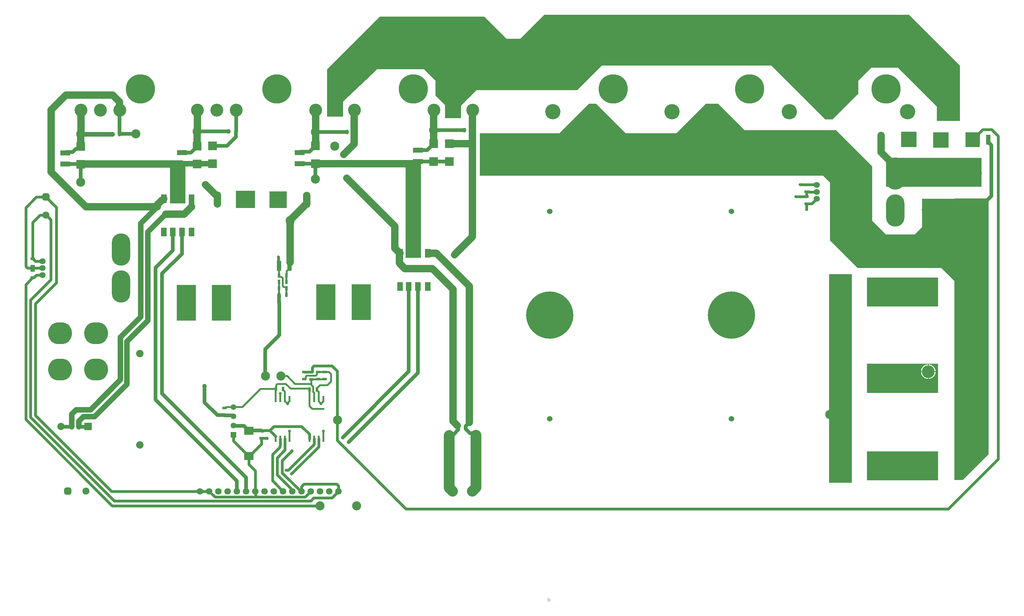
<source format=gbr>
%TF.GenerationSoftware,Altium Limited,Altium Designer,24.3.1 (35)*%
G04 Layer_Physical_Order=2*
G04 Layer_Color=16711680*
%FSLAX45Y45*%
%MOMM*%
%TF.SameCoordinates,844131A9-2E1B-4A61-BE1F-69DE975881E6*%
%TF.FilePolarity,Positive*%
%TF.FileFunction,Copper,L2,Bot,Signal*%
%TF.Part,Single*%
G01*
G75*
%TA.AperFunction,Conductor*%
%ADD10C,2.00000*%
%ADD11C,1.50000*%
%ADD12C,0.80000*%
%ADD13C,1.00000*%
%TA.AperFunction,ComponentPad*%
%ADD14C,1.80000*%
%ADD15C,5.00000*%
%ADD16C,2.50000*%
%ADD17C,2.03200*%
%ADD18C,3.50000*%
%ADD19R,2.00000X2.00000*%
%ADD20C,2.00000*%
%ADD21C,1.55000*%
%ADD22R,1.55000X1.55000*%
%ADD23O,5.08000X8.89000*%
%ADD24O,1.77800X1.52400*%
%ADD25C,3.55000*%
%ADD26C,1.95000*%
G04:AMPARAMS|DCode=27|XSize=1.95mm|YSize=1.95mm|CornerRadius=0.4875mm|HoleSize=0mm|Usage=FLASHONLY|Rotation=270.000|XOffset=0mm|YOffset=0mm|HoleType=Round|Shape=RoundedRectangle|*
%AMROUNDEDRECTD27*
21,1,1.95000,0.97500,0,0,270.0*
21,1,0.97500,1.95000,0,0,270.0*
1,1,0.97500,-0.48750,-0.48750*
1,1,0.97500,-0.48750,0.48750*
1,1,0.97500,0.48750,0.48750*
1,1,0.97500,0.48750,-0.48750*
%
%ADD27ROUNDEDRECTD27*%
%ADD28C,4.20000*%
%ADD29O,6.60000X6.00000*%
%ADD30C,8.00000*%
%ADD31C,1.52400*%
%ADD32C,13.00000*%
G04:AMPARAMS|DCode=33|XSize=1.95mm|YSize=1.95mm|CornerRadius=0.4875mm|HoleSize=0mm|Usage=FLASHONLY|Rotation=0.000|XOffset=0mm|YOffset=0mm|HoleType=Round|Shape=RoundedRectangle|*
%AMROUNDEDRECTD33*
21,1,1.95000,0.97500,0,0,0.0*
21,1,0.97500,1.95000,0,0,0.0*
1,1,0.97500,0.48750,-0.48750*
1,1,0.97500,-0.48750,-0.48750*
1,1,0.97500,-0.48750,0.48750*
1,1,0.97500,0.48750,0.48750*
%
%ADD33ROUNDEDRECTD33*%
%TA.AperFunction,ViaPad*%
%ADD34C,1.27000*%
%ADD35C,0.80000*%
%TA.AperFunction,SMDPad,CuDef*%
%ADD36R,1.80000X1.45000*%
%ADD37R,1.20490X2.70620*%
%ADD38R,0.80000X1.25000*%
%ADD39R,1.25000X0.80000*%
%ADD40R,0.60000X1.80000*%
%ADD41R,1.52400X2.40000*%
%ADD42R,2.80620X1.40490*%
%ADD43R,2.40000X2.40000*%
%ADD44R,2.50000X2.20000*%
%TA.AperFunction,Conductor*%
%ADD45C,0.25400*%
%ADD46C,3.00000*%
%ADD47C,0.50000*%
%ADD48C,1.30000*%
%ADD49R,5.20700X9.77900*%
%ADD50R,5.20700X4.69900*%
%ADD51R,4.82600X4.57200*%
%ADD52R,4.19100X11.04900*%
%ADD53R,4.19100X26.16200*%
%ADD54R,5.96900X4.82600*%
%ADD55R,3.93700X4.06400*%
%ADD56R,4.31800X4.19100*%
%ADD57R,4.19100X4.19100*%
%ADD58R,6.22300X57.40400*%
G36*
X25781000Y12369801D02*
Y10845800D01*
X25146001D01*
Y11239500D01*
X24079201Y12306300D01*
X23342599Y12306300D01*
X22987000Y11950700D01*
Y11595100D01*
X22280386Y10888486D01*
X22080714D01*
X21958299Y11010900D01*
X20599400Y12369800D01*
X15938499D01*
X15259050Y11690350D01*
X12490450Y11690350D01*
X12065000Y11264900D01*
Y10922000D01*
X11625580D01*
Y11285220D01*
X11366500Y11544300D01*
X11366500Y11950700D01*
X11049000Y12268200D01*
X9766773D01*
X8823381Y11377042D01*
Y10960100D01*
X8382000D01*
Y12268200D01*
X9829800Y13716000D01*
X12712699D01*
X13321806Y13106892D01*
X13692668Y13105936D01*
X14353532Y13766798D01*
X24384000Y13766800D01*
X25781000Y12369801D01*
D02*
G37*
G36*
X26377899Y9029700D02*
X23749001D01*
Y9829800D01*
X26377899D01*
Y9029700D01*
D02*
G37*
G36*
X25181035Y5736492D02*
X23225237D01*
Y6536593D01*
X25181035D01*
Y5736492D01*
D02*
G37*
G36*
Y3361592D02*
X23225237D01*
Y4161693D01*
X25181035D01*
Y3361592D01*
D02*
G37*
G36*
X16598900Y10502900D02*
X17983200D01*
X18796001Y11315700D01*
X19138901Y11315699D01*
X19862801Y10591800D01*
X22377400D01*
X23367999Y9601200D01*
Y8102600D01*
X23749001Y7721600D01*
X24536400D01*
X24739600Y7924800D01*
Y8703408D01*
X25632507D01*
Y8712200D01*
X26568399D01*
Y1676400D01*
X25857199Y965200D01*
X25641550Y962259D01*
X25632507Y971178D01*
Y6434992D01*
X25273000Y6794500D01*
X22974300D01*
X22212300Y7556500D01*
Y9144000D01*
X22021800Y9334500D01*
X12585700D01*
Y10502900D01*
X14770100D01*
X15582899Y11315700D01*
X15786099Y11315700D01*
X16598900Y10502900D01*
D02*
G37*
G36*
X25184100Y952500D02*
X23228300D01*
Y1752600D01*
X25184100D01*
Y952500D01*
D02*
G37*
G36*
X14464539Y-2312289D02*
X14464665Y-2312162D01*
X14464919Y-2311908D01*
X14465300Y-2311400D01*
X14465935Y-2310765D01*
X14466698Y-2310003D01*
X14467586Y-2309241D01*
X14468602Y-2308352D01*
X14469745Y-2307463D01*
X14471143Y-2306574D01*
X14472539Y-2305685D01*
X14474190Y-2304923D01*
X14475841Y-2304161D01*
X14477618Y-2303526D01*
X14479651Y-2303018D01*
X14481683Y-2302764D01*
X14483842Y-2302637D01*
X14484985D01*
X14486255Y-2302764D01*
X14487906Y-2303018D01*
X14489812Y-2303272D01*
X14491843Y-2303780D01*
X14494128Y-2304415D01*
X14496288Y-2305304D01*
X14496416D01*
X14496542Y-2305431D01*
X14497304Y-2305812D01*
X14498320Y-2306447D01*
X14499718Y-2307209D01*
X14501241Y-2308352D01*
X14502765Y-2309622D01*
X14504289Y-2311146D01*
X14505814Y-2312797D01*
X14505940Y-2313051D01*
X14506448Y-2313686D01*
X14507083Y-2314575D01*
X14507973Y-2315972D01*
X14508987Y-2317623D01*
X14510004Y-2319655D01*
X14510893Y-2321814D01*
X14511781Y-2324227D01*
Y-2324354D01*
X14511909Y-2324481D01*
X14512036Y-2324862D01*
X14512163Y-2325370D01*
X14512418Y-2326767D01*
X14512926Y-2328545D01*
X14513306Y-2330577D01*
X14513560Y-2333117D01*
X14513814Y-2335784D01*
X14513940Y-2338578D01*
Y-2338832D01*
Y-2339340D01*
Y-2340356D01*
X14513814Y-2341626D01*
X14513687Y-2343150D01*
X14513432Y-2344801D01*
X14513179Y-2346833D01*
X14512798Y-2348865D01*
X14512289Y-2351151D01*
X14511781Y-2353437D01*
X14511020Y-2355723D01*
X14510130Y-2358136D01*
X14509116Y-2360422D01*
X14507845Y-2362581D01*
X14506575Y-2364740D01*
X14504924Y-2366645D01*
X14504797Y-2366772D01*
X14504543Y-2367026D01*
X14504034Y-2367534D01*
X14503273Y-2368169D01*
X14502512Y-2368931D01*
X14501369Y-2369693D01*
X14500224Y-2370582D01*
X14498828Y-2371471D01*
X14497304Y-2372487D01*
X14495653Y-2373376D01*
X14493875Y-2374138D01*
X14491969Y-2374900D01*
X14489938Y-2375535D01*
X14487779Y-2376043D01*
X14485493Y-2376297D01*
X14483208Y-2376424D01*
X14482700D01*
X14482063Y-2376297D01*
X14481175D01*
X14480159Y-2376043D01*
X14478889Y-2375916D01*
X14477492Y-2375535D01*
X14476096Y-2375154D01*
X14474571Y-2374519D01*
X14472920Y-2373884D01*
X14471396Y-2372995D01*
X14469745Y-2371979D01*
X14468094Y-2370836D01*
X14466570Y-2369439D01*
X14465047Y-2367788D01*
X14463649Y-2366010D01*
Y-2374900D01*
X14452600D01*
Y-2277237D01*
X14464539D01*
Y-2312289D01*
D02*
G37*
%LPC*%
G36*
X24931238Y4145600D02*
X24924200D01*
Y3957900D01*
X25111900D01*
Y3964937D01*
X25104199Y4003654D01*
X25089091Y4040125D01*
X25067162Y4072947D01*
X25039249Y4100861D01*
X25006425Y4122792D01*
X24969955Y4137899D01*
X24931238Y4145600D01*
D02*
G37*
G36*
X24898801D02*
X24891763D01*
X24853046Y4137899D01*
X24816576Y4122792D01*
X24783752Y4100861D01*
X24755840Y4072947D01*
X24733908Y4040125D01*
X24718800Y4003654D01*
X24711099Y3964937D01*
Y3957900D01*
X24898801D01*
Y4145600D01*
D02*
G37*
G36*
X25111900Y3932500D02*
X24924200D01*
Y3744800D01*
X24931238D01*
X24969955Y3752501D01*
X25006425Y3767608D01*
X25039249Y3789539D01*
X25067162Y3817452D01*
X25089091Y3850275D01*
X25104199Y3886745D01*
X25111900Y3925462D01*
Y3932500D01*
D02*
G37*
G36*
X24898801D02*
X24711099D01*
Y3925462D01*
X24718800Y3886745D01*
X24733908Y3850275D01*
X24755840Y3817452D01*
X24783752Y3789539D01*
X24816576Y3767608D01*
X24853046Y3752501D01*
X24891763Y3744800D01*
X24898801D01*
Y3932500D01*
D02*
G37*
G36*
X14482826Y-2312543D02*
X14482063D01*
X14481557Y-2312670D01*
X14480032Y-2312924D01*
X14478127Y-2313432D01*
X14476096Y-2314194D01*
X14473808Y-2315464D01*
X14472665Y-2316226D01*
X14471523Y-2317115D01*
X14470380Y-2318131D01*
X14469237Y-2319401D01*
Y-2319528D01*
X14468983Y-2319655D01*
X14468729Y-2320163D01*
X14468349Y-2320671D01*
X14467967Y-2321433D01*
X14467459Y-2322195D01*
X14466951Y-2323211D01*
X14466443Y-2324481D01*
X14465808Y-2325751D01*
X14465300Y-2327275D01*
X14464792Y-2328799D01*
X14464410Y-2330577D01*
X14464030Y-2332482D01*
X14463776Y-2334514D01*
X14463649Y-2336800D01*
X14463522Y-2339086D01*
Y-2339213D01*
Y-2339594D01*
Y-2340229D01*
Y-2341118D01*
X14463649Y-2342261D01*
Y-2343404D01*
X14463902Y-2346071D01*
X14464410Y-2349119D01*
X14464919Y-2352167D01*
X14465808Y-2354961D01*
X14466316Y-2356231D01*
X14466951Y-2357374D01*
X14467078Y-2357501D01*
X14467204Y-2357755D01*
X14467586Y-2358263D01*
X14467967Y-2358771D01*
X14469237Y-2360295D01*
X14471014Y-2361946D01*
X14473174Y-2363597D01*
X14475714Y-2365121D01*
X14477238Y-2365629D01*
X14478761Y-2366137D01*
X14480412Y-2366391D01*
X14482191Y-2366518D01*
X14482953D01*
X14483461Y-2366391D01*
X14484985Y-2366137D01*
X14486890Y-2365629D01*
X14488922Y-2364867D01*
X14491208Y-2363724D01*
X14492351Y-2362962D01*
X14493620Y-2361946D01*
X14494637Y-2360930D01*
X14495779Y-2359787D01*
X14495908Y-2359660D01*
X14496034Y-2359406D01*
X14496288Y-2359025D01*
X14496669Y-2358517D01*
X14497177Y-2357755D01*
X14497685Y-2356866D01*
X14498193Y-2355850D01*
X14498701Y-2354707D01*
X14499210Y-2353310D01*
X14499718Y-2351786D01*
X14500224Y-2350135D01*
X14500732Y-2348357D01*
X14501114Y-2346325D01*
X14501369Y-2344166D01*
X14501622Y-2341880D01*
Y-2339467D01*
Y-2339340D01*
Y-2338832D01*
Y-2338197D01*
X14501495Y-2337181D01*
Y-2336038D01*
X14501369Y-2334768D01*
X14501114Y-2333371D01*
X14500987Y-2331720D01*
X14500224Y-2328418D01*
X14499210Y-2325116D01*
X14497939Y-2321941D01*
X14497050Y-2320417D01*
X14496034Y-2319147D01*
Y-2319020D01*
X14495779Y-2318893D01*
X14495018Y-2318131D01*
X14493875Y-2317115D01*
X14492351Y-2315845D01*
X14490446Y-2314575D01*
X14488161Y-2313559D01*
X14485620Y-2312797D01*
X14484222Y-2312670D01*
X14482826Y-2312543D01*
D02*
G37*
%LPD*%
D10*
X8839200Y9918700D02*
X9130500Y10210000D01*
Y10528516D01*
X10369611Y6927789D02*
Y7181911D01*
Y6927789D02*
X10515600Y6781800D01*
X10369611Y7181911D02*
X10388600Y7200900D01*
X11277600Y6781800D02*
X11849100Y6210300D01*
X10515600Y6781800D02*
X11277600D01*
X3895100Y8699500D02*
X3898900D01*
X3851300Y8655700D02*
X3895100Y8699500D01*
X3838258Y8655700D02*
X3851300D01*
X3721100Y8538542D02*
X3838258Y8655700D01*
X3721100Y8483600D02*
Y8538542D01*
X2674640Y11145260D02*
Y11371560D01*
X1206500Y11557000D02*
X2489200D01*
X2674640Y11371560D01*
X10248900Y7340600D02*
X10343600Y7245900D01*
X8928100Y9271000D02*
X10248900Y7950200D01*
Y7340600D02*
Y7950200D01*
X1752600Y8483600D02*
X3721100D01*
X800100Y9436100D02*
X1752600Y8483600D01*
X800100Y9436100D02*
Y11150600D01*
X8064500Y9664700D02*
X10812510D01*
X9131550Y10542866D02*
Y11134650D01*
X12380900Y7656500D02*
Y10216300D01*
X11887200Y7162800D02*
X12380900Y7656500D01*
Y10216300D02*
Y10591816D01*
X11747500Y10216300D02*
X12380900D01*
X11391900Y7200900D02*
X12293600Y6299200D01*
Y2541584D02*
Y6299200D01*
X11176000Y7200900D02*
X11391900D01*
X800100Y11150600D02*
X1206500Y11557000D01*
X1606550Y10140950D02*
Y10471150D01*
X11849100Y2579684D02*
Y6210300D01*
Y2579684D02*
X11967900Y2460883D01*
X5364800Y8556100D02*
Y8801100D01*
X5041900Y9087100D02*
X5328550Y8800450D01*
X7366000Y8114600D02*
X7803000Y8551600D01*
X7820500D02*
Y8796600D01*
X6918800Y8551600D02*
X7165500D01*
X6918800Y8796600D02*
X7165500D01*
X7366000Y6947735D02*
Y8102600D01*
X3949700Y8280400D02*
X4457700D01*
X4660900Y8483600D01*
X1611143Y9657442D02*
X4389607D01*
X23612000Y10202600D02*
Y10447600D01*
Y9979500D02*
Y10202600D01*
Y9979500D02*
X24003000Y9588500D01*
Y9398000D02*
Y9588500D01*
X11316150Y10591808D02*
Y11136050D01*
Y10216750D02*
Y10591808D01*
X12382150Y10593066D02*
Y11135250D01*
X8065550Y10541008D02*
Y11135450D01*
Y10153850D02*
Y10541008D01*
X4814950Y10555350D02*
Y11134850D01*
X4813300Y10147300D02*
Y10553700D01*
X1614750Y10479350D02*
Y11134650D01*
D11*
X1360500Y2425684D02*
Y2770200D01*
X1485900Y2895600D02*
X1879600D01*
X1360500Y2770200D02*
X1485900Y2895600D01*
X3454400Y5346700D02*
Y7785100D01*
X2882900Y4775200D02*
X3454400Y5346700D01*
X2882900Y3594100D02*
Y4775200D01*
X3454400Y7785100D02*
X3949700Y8280400D01*
X3263900Y8026400D02*
X3721100Y8483600D01*
X2705100Y4889500D02*
X3263900Y5448300D01*
Y8026400D01*
X2674640Y11145260D02*
X2683400Y11136500D01*
X2705100Y3721100D02*
Y4889500D01*
X1993900Y2705100D02*
X2882900Y3594100D01*
X1879600Y2895600D02*
X2705100Y3721100D01*
X1689100Y2705100D02*
X1993900D01*
X1560500Y2576500D02*
X1689100Y2705100D01*
X1560500Y2425684D02*
Y2576500D01*
X4660900Y8483600D02*
Y8699500D01*
X4395532Y9663368D02*
X5231068D01*
D12*
X7255500Y1231900D02*
X7315200D01*
X8026400Y1943100D01*
X5810700Y2037900D02*
Y2209800D01*
Y2037900D02*
X6184900Y1663700D01*
X21393150Y9086850D02*
X21837650D01*
X660199Y8255201D02*
X787400Y8128000D01*
X314616Y7031863D02*
Y7046900D01*
X26130249Y10325100D02*
X26238126Y10432975D01*
X7972700Y3933800D02*
Y4055237D01*
X8521700Y4102100D02*
X8661400Y3962400D01*
Y2057400D02*
Y3962400D01*
X7048500Y6921500D02*
Y7099300D01*
X6235700Y1397000D02*
Y1623500D01*
X6414000Y650000D02*
Y1218700D01*
X6235700Y1397000D02*
X6414000Y1218700D01*
X292084Y6794500D02*
X558800D01*
X148463D02*
X292084D01*
X6578584Y1951384D02*
Y2109800D01*
X6235700Y1623500D02*
X6250700D01*
X6578584Y1951384D01*
X7404100Y1130300D02*
X8153400Y1879600D01*
Y2097700D01*
X8026400Y1943100D02*
Y2097700D01*
X6883400Y942600D02*
Y1663700D01*
X7086600Y1866900D02*
Y1905000D01*
X6883400Y1663700D02*
X7086600Y1866900D01*
X7099300Y1917700D02*
Y2096600D01*
X7086600Y1905000D02*
X7099300Y1917700D01*
X7226300Y1790700D02*
Y2096600D01*
X7010400Y1574800D02*
X7226300Y1790700D01*
X7010400Y1104900D02*
Y1574800D01*
X7150100Y1159042D02*
Y1498600D01*
Y1159042D02*
X7659142Y650000D01*
X7150100Y1498600D02*
X7416800Y1765300D01*
X7683500Y2438400D02*
X7899400Y2222500D01*
Y2097700D02*
Y2222500D01*
X7759716Y3935400D02*
X7926100D01*
X7927700Y3933800D01*
X7950200D01*
X7972700D01*
Y4055237D02*
X8019563Y4102100D01*
X8521700D01*
X6729400Y2109800D02*
X6731000Y2108200D01*
X6578584Y2309800D02*
X6624515D01*
X6638815Y2324100D01*
X6578584Y2109800D02*
X6729400D01*
X6638815Y2324100D02*
X6807200D01*
X6921500Y2438400D01*
X6807200Y2324100D02*
X6967300Y2164000D01*
X6921500Y2438400D02*
X7683500D01*
X26835101Y1536700D02*
Y10426700D01*
X26657300Y10604500D02*
X26835101Y10426700D01*
X26409650Y10604500D02*
X26657300D01*
X25463499Y165100D02*
X26835101Y1536700D01*
X7010400Y1104900D02*
X7380000Y735300D01*
X7659142Y650000D02*
X7684000D01*
X228600Y2692400D02*
Y5918200D01*
X2531800Y389200D02*
X7933000D01*
X228600Y2692400D02*
X2531800Y389200D01*
X101600Y2628900D02*
Y6338916D01*
Y2628900D02*
X2476500Y254000D01*
X8191500D01*
X8661400Y2057400D02*
X10553700Y165100D01*
X25463499D01*
X7380000Y727060D02*
X7430000Y677060D01*
Y650000D02*
Y677060D01*
X7380000Y727060D02*
Y735300D01*
X6883400Y942600D02*
X7176000Y650000D01*
X26293451Y10488300D02*
X26409650Y10604500D01*
X26238126Y10432975D02*
Y10439325D01*
X26287100Y10488300D02*
X26293451D01*
X26238126Y10439325D02*
X26287100Y10488300D01*
X26270935Y10325100D02*
Y10400165D01*
X939800Y6388100D02*
Y8465197D01*
X368300Y5816600D02*
X939800Y6388100D01*
X654998Y8750000D02*
X939800Y8465197D01*
X228600Y5918200D02*
X787400Y6477000D01*
Y8128000D01*
X292116Y7046900D02*
Y8051816D01*
X490301Y8250001D01*
X654998D01*
X101600Y8458200D02*
X393400Y8750000D01*
X654998D01*
X101600Y6841363D02*
Y8458200D01*
X368300Y2739858D02*
X2458158Y650000D01*
X368300Y2739858D02*
Y5816600D01*
X101600Y6338916D02*
X292084Y6529400D01*
X2730500Y650000D02*
X2730500Y650000D01*
X2458158Y650000D02*
X2730500D01*
X2730500Y650000D02*
X4890000D01*
X101600Y6841363D02*
X148463Y6794500D01*
X269584Y6529400D02*
X319100D01*
X361479Y6985000D02*
X558800D01*
X314616Y7031863D02*
X361479Y6985000D01*
X8519900Y469900D02*
X8700000Y650000D01*
X7933000Y389200D02*
X8013700Y469900D01*
X8519900D01*
X6413092Y494600D02*
X6417592Y499100D01*
X5299400Y494600D02*
X6413092D01*
X5144000Y650000D02*
X5299400Y494600D01*
X6417592Y499100D02*
X6422093Y494600D01*
X7782600D01*
X7938000Y650000D01*
X6417592Y499100D02*
Y646408D01*
X393700Y6604000D02*
X558800D01*
X319100Y6529400D02*
X393700Y6604000D01*
X4890000Y650000D02*
X5144000D01*
X6414000D02*
X6417592Y646408D01*
X7684000Y787900D02*
X7747000Y850900D01*
X8648700D01*
X7684000Y650000D02*
Y787900D01*
X8648700Y850900D02*
X8700000Y799600D01*
Y650000D02*
Y799600D01*
X21564592Y8407408D02*
X21564600Y8407400D01*
X21564592Y8407408D02*
Y8561400D01*
X21570943D01*
X21564584D02*
X21570943D01*
X21705901D01*
X21844000Y8699500D01*
X21633501Y8891600D02*
X21635100Y8890000D01*
X21564616Y8891600D02*
X21633501D01*
X21635100Y8890000D02*
X21844000D01*
X21564600Y8891600D02*
X21564616D01*
X21564584Y8761400D02*
X21564600D01*
Y8891600D01*
X21272501Y8763000D02*
X21456000D01*
X21457600Y8761400D02*
X21564584D01*
X21456000Y8763000D02*
X21457600Y8761400D01*
X21386800Y9093200D02*
X21393150Y9086850D01*
X21837650D02*
X21844000Y9080500D01*
D13*
X3670300Y6807200D02*
X4140200Y7277100D01*
X3670300Y3175000D02*
Y6807200D01*
Y3175000D02*
X5906000Y939300D01*
X3848100Y3340100D02*
Y6642100D01*
Y3340100D02*
X6160000Y1028200D01*
X3848100Y6642100D02*
X4394200Y7188200D01*
X9129700Y10541016D02*
X9131550Y10542866D01*
Y11134650D02*
X9133400Y11136500D01*
X11315716Y10591816D02*
X12155500D01*
X5232400Y10152800D02*
X5631600D01*
X5878500Y10399700D02*
Y10553716D01*
X5631600Y10152800D02*
X5878500Y10399700D01*
X1187450Y9965815D02*
X1207695Y9986060D01*
X1388160D01*
X1473050Y10070950D01*
X1536550D02*
X1606550Y10140950D01*
X1473050Y10070950D02*
X1536550D01*
X5016500Y3098800D02*
X5370500Y2744800D01*
X5562616D01*
X5016500Y3098800D02*
Y3543300D01*
X6235700Y2324100D02*
X6578584D01*
X11967900Y2460883D02*
X11970400D01*
X11980400Y2448384D02*
X11990400Y2438384D01*
X11980400Y2448384D02*
Y2450884D01*
X11970400Y2460883D02*
X11980400Y2450884D01*
X11990400Y2351100D02*
Y2438384D01*
X12200400Y2450884D02*
X12210400Y2460883D01*
X12212900D01*
X12190400Y2363800D02*
Y2438384D01*
X12200400Y2448384D01*
Y2450884D01*
X12212900Y2460883D02*
X12293600Y2541584D01*
X10885232Y9726868D02*
X11315700D01*
X11746168D01*
X6680200Y3822700D02*
Y4559300D01*
X7073900Y4953000D02*
Y5829300D01*
X6680200Y4559300D02*
X7073900Y4953000D01*
X7062800Y5840400D02*
Y6057916D01*
X7351330Y6933065D02*
X7366000Y6947735D01*
X7351330Y6858000D02*
Y6933065D01*
X5775116Y2738501D02*
X5795817Y2717800D01*
X5562616Y2744800D02*
X5568915Y2738501D01*
X5775116D01*
X5795817Y2717800D02*
X5810700D01*
X5821224Y2453277D02*
X5889857D01*
X5892033Y2451100D02*
X6098100D01*
X6160700Y2388500D01*
X6220700Y2313500D02*
X6235700D01*
X5810700Y2463800D02*
X5821224Y2453277D01*
X6160700Y2373500D02*
X6220700Y2313500D01*
X5889857Y2453277D02*
X5892033Y2451100D01*
X6160700Y2373500D02*
Y2388500D01*
X26644601Y8775700D02*
Y10172700D01*
X26364572Y8495671D02*
X26644601Y8775700D01*
X26054001Y8400000D02*
X26268900D01*
Y8449601D01*
X26314969Y8495671D01*
X26364572D01*
X26577509Y10239790D02*
X26644601Y10172700D01*
X26571310Y10239790D02*
X26577509D01*
X26561066Y10250035D02*
X26571310Y10239790D01*
X26561066Y10250035D02*
Y10325100D01*
X5881742Y10553716D02*
Y11134842D01*
X5041900Y9087100D02*
Y9093200D01*
X11744134Y2219134D02*
X11858434D01*
X11725000Y2200000D02*
X11744134Y2219134D01*
X11858434D02*
X11990400Y2351100D01*
X12429334Y2245666D02*
X12475000Y2200000D01*
X12190400Y2363800D02*
X12308534Y2245666D01*
X12429334D01*
X4140200Y7277100D02*
Y7785100D01*
X4394200Y7188200D02*
Y7785100D01*
X1560500Y2425684D02*
X1804084D01*
X8063168Y9663368D02*
X8064500Y9662035D01*
Y9245600D02*
Y9662035D01*
X4394200D02*
X4395532Y9663368D01*
X4389607Y9657442D02*
X4394200Y9662035D01*
X1606550Y9652850D02*
X1611143Y9657442D01*
X1606550Y9652850D02*
X1609725Y9649675D01*
Y9159875D02*
Y9649675D01*
Y9159875D02*
X1612900Y9156700D01*
X2690600Y10490016D02*
X2690784Y10490200D01*
X2678100Y10477516D02*
Y10480016D01*
X2688100Y10490016D01*
X2690600D01*
X2690784Y10490200D02*
X3124200D01*
X10883900Y3911600D02*
Y6172200D01*
X8978900Y2006600D02*
X10883900Y3911600D01*
X10629900Y3949700D02*
Y6172200D01*
X8813800Y2133600D02*
X10629900Y3949700D01*
X5906000Y650000D02*
Y939300D01*
X6160000Y650000D02*
Y1028200D01*
X1079733Y2425467D02*
X1348900D01*
X1066800Y2438400D02*
X1079733Y2425467D01*
X1804084Y2425684D02*
X1816800Y2438400D01*
X12349999Y654998D02*
X12368921D01*
X7634032Y9663368D02*
X8063168D01*
X7632700Y9662035D02*
X7634032Y9663368D01*
X11746168Y9726868D02*
X11747500Y9728200D01*
X10883900Y9725535D02*
X10885232Y9726868D01*
X11315708Y10591808D02*
X11316150D01*
X11315700Y10591800D02*
X11315708Y10591808D01*
X12355500Y10591816D02*
X12356750Y10593066D01*
X12382150Y11135250D02*
X12383400Y11136500D01*
X7652945Y9992410D02*
X7904110D01*
X8065550Y10153850D01*
X11135065Y10035665D02*
X11315700Y10216300D01*
X10883900Y10035665D02*
X11135065D01*
X11316150Y11136050D02*
X11316600Y11136500D01*
X11315700Y10216300D02*
X11316150Y10216750D01*
X8064516Y10541016D02*
X8929700D01*
X8064500Y10541000D02*
X8064516Y10541016D01*
X7632700Y9972165D02*
X7652945Y9992410D01*
X8065550Y11135450D02*
X8066600Y11136500D01*
X2680008Y10490016D02*
Y11133008D01*
X2477316Y10478300D02*
X2478100Y10477516D01*
X4813308Y10553708D02*
X4814950Y10555350D01*
X4813300Y10553700D02*
X4813308Y10553708D01*
X5678492D02*
X5678500Y10553716D01*
X4813308Y10553708D02*
X5678492D01*
X5881742Y11134842D02*
X5883400Y11136500D01*
X4814950Y11134850D02*
X4816600Y11136500D01*
X4638165Y9972165D02*
X4813300Y10147300D01*
X1613700Y10478300D02*
X1614750Y10479350D01*
X1612900Y10477500D02*
X1613700Y10478300D01*
X1614750Y11134650D02*
X1616600Y11136500D01*
X1188868Y9654267D02*
X1605132D01*
X1606550Y9652850D01*
X1187450Y9655685D02*
X1188868Y9654267D01*
X5231068Y9663368D02*
X5232400Y9664700D01*
X4394200Y9972165D02*
X4638165D01*
D14*
X6668000Y650000D02*
D03*
X4890000D02*
D03*
X6922000D02*
D03*
X7176000D02*
D03*
X6414000D02*
D03*
X5144000D02*
D03*
X7684000D02*
D03*
X6160000D02*
D03*
X8446000D02*
D03*
X8192000D02*
D03*
X7938000D02*
D03*
X5398000D02*
D03*
X7430000D02*
D03*
X5906000D02*
D03*
X8700000D02*
D03*
X5652000D02*
D03*
D15*
X4508500Y6070600D02*
D03*
X5486400D02*
D03*
X8343900Y6083300D02*
D03*
X9321800D02*
D03*
D16*
X6692900Y3822700D02*
D03*
X7112000D02*
D03*
X8674100Y2616200D02*
D03*
X26428699Y7404100D02*
D03*
X8064500Y9245600D02*
D03*
X8191500Y254000D02*
D03*
X1612900Y9156700D02*
D03*
X9194800Y254000D02*
D03*
X8064500Y10541000D02*
D03*
X11315700Y10591800D02*
D03*
X7366000Y8102600D02*
D03*
X4813300Y10553700D02*
D03*
X1612900Y10477500D02*
D03*
X3124200Y10490200D02*
D03*
X22199600Y2768600D02*
D03*
X8597900Y10147300D02*
D03*
D17*
X3238500Y4445000D02*
D03*
Y1930400D02*
D03*
D18*
X23511501Y6345200D02*
D03*
X22511501D02*
D03*
X24911501Y1545200D02*
D03*
X25911499D02*
D03*
X22511501D02*
D03*
X23511501D02*
D03*
X22511501Y3945200D02*
D03*
X23511501D02*
D03*
X24911501Y6345200D02*
D03*
X25911499D02*
D03*
X24911501Y3945200D02*
D03*
X25911499D02*
D03*
D19*
X12475000Y2200000D02*
D03*
X1816800Y2438400D02*
D03*
D20*
X11725000Y2200000D02*
D03*
X1066800Y2438400D02*
D03*
D21*
X5810700Y2971800D02*
D03*
Y2717800D02*
D03*
Y2463800D02*
D03*
D22*
Y2209800D02*
D03*
D23*
X2717800Y7302500D02*
D03*
Y6286500D02*
D03*
X24003000Y8382000D02*
D03*
Y9398000D02*
D03*
D24*
X558800Y6985000D02*
D03*
Y6794500D02*
D03*
Y6604000D02*
D03*
X21844000Y8699500D02*
D03*
Y8890000D02*
D03*
Y9080500D02*
D03*
D25*
X2683400Y11136500D02*
D03*
X5883400D02*
D03*
X1616600D02*
D03*
X2150000D02*
D03*
X4816600D02*
D03*
X5350000D02*
D03*
X8066600D02*
D03*
X8600000D02*
D03*
X9133400D02*
D03*
X11316600D02*
D03*
X11850000D02*
D03*
X12383400D02*
D03*
D26*
X654998Y8250001D02*
D03*
X12349999Y654998D02*
D03*
X1750000D02*
D03*
D27*
X654998Y8750000D02*
D03*
D28*
X18956400Y11100000D02*
D03*
X17864200D02*
D03*
X15681400D02*
D03*
X14589200D02*
D03*
X25435800D02*
D03*
X24343600D02*
D03*
X22185800D02*
D03*
X21093600D02*
D03*
D29*
X25063400Y9400000D02*
D03*
X26054001D02*
D03*
X25063400Y8400000D02*
D03*
X26054001D02*
D03*
X2036600Y5000000D02*
D03*
X1046000D02*
D03*
X2036600Y4000000D02*
D03*
X1046000D02*
D03*
D30*
X16250000Y11720000D02*
D03*
X23750000D02*
D03*
X20000000D02*
D03*
X3250000D02*
D03*
X10750000D02*
D03*
X7000000D02*
D03*
D31*
X14500000Y2650000D02*
D03*
Y8350000D02*
D03*
X19500000D02*
D03*
Y2650000D02*
D03*
D32*
Y5500000D02*
D03*
X14500000D02*
D03*
D33*
X11850000Y654998D02*
D03*
X1250001D02*
D03*
D34*
X8839200Y9918700D02*
D03*
X8928100Y9271000D02*
D03*
X11887200Y7162800D02*
D03*
X11391900Y6667500D02*
D03*
X5016500Y3543300D02*
D03*
X3721100Y8483600D02*
D03*
X5041900Y9093200D02*
D03*
D35*
X7255500Y1231900D02*
D03*
X7353300Y2311400D02*
D03*
X7099300Y3340100D02*
D03*
X7302500Y3060700D02*
D03*
X8216900D02*
D03*
X8280400Y2311400D02*
D03*
X7416800Y1765300D02*
D03*
X6731000Y2108200D02*
D03*
X7404100Y1130300D02*
D03*
X7048500Y7099300D02*
D03*
X8978900Y2006600D02*
D03*
X8813800Y2133600D02*
D03*
X21564600Y8407400D02*
D03*
X21272501Y8763000D02*
D03*
X21386800Y9093200D02*
D03*
X20091400Y13449300D02*
D03*
Y13373100D02*
D03*
Y13296899D02*
D03*
Y13220700D02*
D03*
Y13144501D02*
D03*
Y13068300D02*
D03*
Y12992101D02*
D03*
Y12915900D02*
D03*
Y12839700D02*
D03*
Y12763500D02*
D03*
Y12687300D02*
D03*
Y12611100D02*
D03*
Y12534900D02*
D03*
Y12458700D02*
D03*
X20015199Y13449300D02*
D03*
Y13373100D02*
D03*
Y13296899D02*
D03*
Y13220700D02*
D03*
Y13144501D02*
D03*
Y13068300D02*
D03*
Y12992101D02*
D03*
Y12915900D02*
D03*
Y12839700D02*
D03*
Y12763500D02*
D03*
Y12687300D02*
D03*
Y12611100D02*
D03*
Y12534900D02*
D03*
Y12458700D02*
D03*
X19939000Y13449300D02*
D03*
Y13373100D02*
D03*
Y13296899D02*
D03*
Y13220700D02*
D03*
Y13144501D02*
D03*
Y13068300D02*
D03*
Y12992101D02*
D03*
Y12915900D02*
D03*
Y12839700D02*
D03*
Y12763500D02*
D03*
Y12687300D02*
D03*
Y12611100D02*
D03*
Y12534900D02*
D03*
Y12458700D02*
D03*
X19862801Y13449300D02*
D03*
Y13373100D02*
D03*
Y13296899D02*
D03*
Y13220700D02*
D03*
Y13144501D02*
D03*
Y13068300D02*
D03*
Y12992101D02*
D03*
Y12915900D02*
D03*
Y12839700D02*
D03*
Y12763500D02*
D03*
Y12687300D02*
D03*
Y12611100D02*
D03*
Y12534900D02*
D03*
Y12458700D02*
D03*
X19786600Y13449300D02*
D03*
Y13373100D02*
D03*
Y13296899D02*
D03*
Y13220700D02*
D03*
Y13144501D02*
D03*
Y13068300D02*
D03*
Y12992101D02*
D03*
Y12915900D02*
D03*
Y12839700D02*
D03*
Y12763500D02*
D03*
Y12687300D02*
D03*
Y12611100D02*
D03*
Y12534900D02*
D03*
Y12458700D02*
D03*
X19710400Y13449300D02*
D03*
Y13373100D02*
D03*
Y13296899D02*
D03*
Y13220700D02*
D03*
Y13144501D02*
D03*
Y13068300D02*
D03*
Y12992101D02*
D03*
Y12915900D02*
D03*
Y12839700D02*
D03*
Y12763500D02*
D03*
Y12687300D02*
D03*
Y12611100D02*
D03*
Y12534900D02*
D03*
Y12458700D02*
D03*
X20167599Y13449300D02*
D03*
Y13373100D02*
D03*
Y13296899D02*
D03*
Y13220700D02*
D03*
Y13144501D02*
D03*
Y13068300D02*
D03*
Y12992101D02*
D03*
Y12915900D02*
D03*
Y12839700D02*
D03*
Y12763500D02*
D03*
Y12687300D02*
D03*
Y12611100D02*
D03*
Y12534900D02*
D03*
Y12458700D02*
D03*
X19634200Y12534900D02*
D03*
X19558000D02*
D03*
X19481799D02*
D03*
X19405600D02*
D03*
X19329401D02*
D03*
X19253200D02*
D03*
X19177000D02*
D03*
X19100800D02*
D03*
X19024600D02*
D03*
X18948399D02*
D03*
X18872200D02*
D03*
X18796001D02*
D03*
X18719800D02*
D03*
X18643600D02*
D03*
X19634200Y12611100D02*
D03*
X19558000D02*
D03*
X19481799D02*
D03*
X19405600D02*
D03*
X19329401D02*
D03*
X19253200D02*
D03*
X19177000D02*
D03*
X19100800D02*
D03*
X19024600D02*
D03*
X18948399D02*
D03*
X18872200D02*
D03*
X18796001D02*
D03*
X18719800D02*
D03*
X18643600D02*
D03*
X19634200Y12687300D02*
D03*
X19558000D02*
D03*
X19481799D02*
D03*
X19405600D02*
D03*
X19329401D02*
D03*
X19253200D02*
D03*
X19177000D02*
D03*
X19100800D02*
D03*
X19024600D02*
D03*
X18948399D02*
D03*
X18872200D02*
D03*
X18796001D02*
D03*
X18719800D02*
D03*
X18643600D02*
D03*
X19634200Y12763500D02*
D03*
X19558000D02*
D03*
X19481799D02*
D03*
X19405600D02*
D03*
X19329401D02*
D03*
X19253200D02*
D03*
X19177000D02*
D03*
X19100800D02*
D03*
X19024600D02*
D03*
X18948399D02*
D03*
X18872200D02*
D03*
X18796001D02*
D03*
X18719800D02*
D03*
X18643600D02*
D03*
X19634200Y12839700D02*
D03*
X19558000D02*
D03*
X19481799D02*
D03*
X19405600D02*
D03*
X19329401D02*
D03*
X19253200D02*
D03*
X19177000D02*
D03*
X19100800D02*
D03*
X19024600D02*
D03*
X18948399D02*
D03*
X18872200D02*
D03*
X18796001D02*
D03*
X18719800D02*
D03*
X18643600D02*
D03*
X19634200Y12915900D02*
D03*
X19558000D02*
D03*
X19481799D02*
D03*
X19405600D02*
D03*
X19329401D02*
D03*
X19253200D02*
D03*
X19177000D02*
D03*
X19100800D02*
D03*
X19024600D02*
D03*
X18948399D02*
D03*
X18872200D02*
D03*
X18796001D02*
D03*
X18719800D02*
D03*
X18643600D02*
D03*
X19634200Y12458700D02*
D03*
X19558000D02*
D03*
X19481799D02*
D03*
X19405600D02*
D03*
X19329401D02*
D03*
X19253200D02*
D03*
X19177000D02*
D03*
X19100800D02*
D03*
X19024600D02*
D03*
X18948399D02*
D03*
X18872200D02*
D03*
X18796001D02*
D03*
X18719800D02*
D03*
X18643600D02*
D03*
X18570921Y12460110D02*
D03*
Y12917310D02*
D03*
Y12841110D02*
D03*
Y12764910D02*
D03*
Y12688710D02*
D03*
Y12612510D02*
D03*
Y12536310D02*
D03*
X19634200Y13068300D02*
D03*
X19558000D02*
D03*
X19481799D02*
D03*
X19405600D02*
D03*
X19329401D02*
D03*
X19253200D02*
D03*
X19177000D02*
D03*
X19100800D02*
D03*
X19024600D02*
D03*
X18948399D02*
D03*
X18872200D02*
D03*
X18796001D02*
D03*
X18719800D02*
D03*
X18643600D02*
D03*
X19634200Y13144501D02*
D03*
X19558000D02*
D03*
X19481799D02*
D03*
X19405600D02*
D03*
X19329401D02*
D03*
X19253200D02*
D03*
X19177000D02*
D03*
X19100800D02*
D03*
X19024600D02*
D03*
X18948399D02*
D03*
X18872200D02*
D03*
X18796001D02*
D03*
X18719800D02*
D03*
X18643600D02*
D03*
X19634200Y13220700D02*
D03*
X19558000D02*
D03*
X19481799D02*
D03*
X19405600D02*
D03*
X19329401D02*
D03*
X19253200D02*
D03*
X19177000D02*
D03*
X19100800D02*
D03*
X19024600D02*
D03*
X18948399D02*
D03*
X18872200D02*
D03*
X18796001D02*
D03*
X18719800D02*
D03*
X18643600D02*
D03*
X19634200Y13296899D02*
D03*
X19558000D02*
D03*
X19481799D02*
D03*
X19405600D02*
D03*
X19329401D02*
D03*
X19253200D02*
D03*
X19177000D02*
D03*
X19100800D02*
D03*
X19024600D02*
D03*
X18948399D02*
D03*
X18872200D02*
D03*
X18796001D02*
D03*
X18719800D02*
D03*
X18643600D02*
D03*
X19634200Y13373100D02*
D03*
X19558000D02*
D03*
X19481799D02*
D03*
X19405600D02*
D03*
X19329401D02*
D03*
X19253200D02*
D03*
X19177000D02*
D03*
X19100800D02*
D03*
X19024600D02*
D03*
X18948399D02*
D03*
X18872200D02*
D03*
X18796001D02*
D03*
X18719800D02*
D03*
X18643600D02*
D03*
X19634200Y13449300D02*
D03*
X19558000D02*
D03*
X19481799D02*
D03*
X19405600D02*
D03*
X19329401D02*
D03*
X19253200D02*
D03*
X19177000D02*
D03*
X19100800D02*
D03*
X19024600D02*
D03*
X18948399D02*
D03*
X18872200D02*
D03*
X18796001D02*
D03*
X18719800D02*
D03*
X18643600D02*
D03*
X19634200Y12992101D02*
D03*
X19558000D02*
D03*
X19481799D02*
D03*
X19405600D02*
D03*
X19329401D02*
D03*
X19253200D02*
D03*
X19177000D02*
D03*
X19100800D02*
D03*
X19024600D02*
D03*
X18948399D02*
D03*
X18872200D02*
D03*
X18796001D02*
D03*
X18719800D02*
D03*
X18643600D02*
D03*
X18570921Y12993510D02*
D03*
Y13450710D02*
D03*
Y13374510D02*
D03*
Y13298309D02*
D03*
Y13222110D02*
D03*
Y13145911D02*
D03*
Y13069710D02*
D03*
X12712700Y10452100D02*
D03*
X12788900D02*
D03*
X12865100D02*
D03*
X12941299D02*
D03*
X13017500D02*
D03*
X13093700D02*
D03*
X12636500D02*
D03*
X12635090Y10379421D02*
D03*
Y10303221D02*
D03*
Y10227021D02*
D03*
Y10150821D02*
D03*
Y10074621D02*
D03*
Y9998421D02*
D03*
Y9922221D02*
D03*
Y9846021D02*
D03*
Y9769821D02*
D03*
Y9693621D02*
D03*
Y9617421D02*
D03*
Y9541221D02*
D03*
Y9465021D02*
D03*
Y9388821D02*
D03*
X13092290Y10379421D02*
D03*
Y10303221D02*
D03*
Y10227021D02*
D03*
Y10150821D02*
D03*
Y10074621D02*
D03*
Y9998421D02*
D03*
Y9922221D02*
D03*
Y9846021D02*
D03*
Y9769821D02*
D03*
Y9693621D02*
D03*
Y9617421D02*
D03*
Y9541221D02*
D03*
Y9465021D02*
D03*
Y9388821D02*
D03*
X13016090Y10379421D02*
D03*
Y10303221D02*
D03*
Y10227021D02*
D03*
Y10150821D02*
D03*
Y10074621D02*
D03*
Y9998421D02*
D03*
Y9922221D02*
D03*
Y9846021D02*
D03*
Y9769821D02*
D03*
Y9693621D02*
D03*
Y9617421D02*
D03*
Y9541221D02*
D03*
Y9465021D02*
D03*
Y9388821D02*
D03*
X12939890Y10379421D02*
D03*
Y10303221D02*
D03*
Y10227021D02*
D03*
Y10150821D02*
D03*
Y10074621D02*
D03*
Y9998421D02*
D03*
Y9922221D02*
D03*
Y9846021D02*
D03*
Y9769821D02*
D03*
Y9693621D02*
D03*
Y9617421D02*
D03*
Y9541221D02*
D03*
Y9465021D02*
D03*
Y9388821D02*
D03*
X12863690Y10379421D02*
D03*
Y10303221D02*
D03*
Y10227021D02*
D03*
Y10150821D02*
D03*
Y10074621D02*
D03*
Y9998421D02*
D03*
Y9922221D02*
D03*
Y9846021D02*
D03*
Y9769821D02*
D03*
Y9693621D02*
D03*
Y9617421D02*
D03*
Y9541221D02*
D03*
Y9465021D02*
D03*
Y9388821D02*
D03*
X12787490Y10379421D02*
D03*
Y10303221D02*
D03*
Y10227021D02*
D03*
Y10150821D02*
D03*
Y10074621D02*
D03*
Y9998421D02*
D03*
Y9922221D02*
D03*
Y9846021D02*
D03*
Y9769821D02*
D03*
Y9693621D02*
D03*
Y9617421D02*
D03*
Y9541221D02*
D03*
Y9465021D02*
D03*
Y9388821D02*
D03*
X12711290Y10379421D02*
D03*
Y10303221D02*
D03*
Y10227021D02*
D03*
Y10150821D02*
D03*
Y10074621D02*
D03*
Y9998421D02*
D03*
Y9922221D02*
D03*
Y9846021D02*
D03*
Y9769821D02*
D03*
Y9693621D02*
D03*
Y9617421D02*
D03*
Y9541221D02*
D03*
Y9465021D02*
D03*
Y9388821D02*
D03*
D36*
X8511700Y5697800D02*
D03*
X9166700D02*
D03*
X8511700Y5452800D02*
D03*
X9166700D02*
D03*
X4650900Y5685100D02*
D03*
X5305900D02*
D03*
X4650900Y5440100D02*
D03*
X5305900D02*
D03*
X26032300Y10202600D02*
D03*
X25377299D02*
D03*
X26032300Y10447600D02*
D03*
X25377299D02*
D03*
X24488300D02*
D03*
X25143300D02*
D03*
X24488300Y10202600D02*
D03*
X25143300D02*
D03*
X23612000Y10447600D02*
D03*
X24267000D02*
D03*
X23612000Y10202600D02*
D03*
X24267000D02*
D03*
X6918800Y8551600D02*
D03*
X6263800D02*
D03*
X6918800Y8796600D02*
D03*
X6263800D02*
D03*
X6019800Y8556100D02*
D03*
X5364800D02*
D03*
X6019800Y8801100D02*
D03*
X5364800D02*
D03*
X7165500Y8796600D02*
D03*
X7820500D02*
D03*
X7165500Y8551600D02*
D03*
X7820500D02*
D03*
X25087900Y1282700D02*
D03*
X25742899D02*
D03*
X25087900Y1037700D02*
D03*
X25742899D02*
D03*
X25075200Y6083300D02*
D03*
X25730200D02*
D03*
X25075200Y5838300D02*
D03*
X25730200D02*
D03*
X25087900Y3683000D02*
D03*
X25742899D02*
D03*
X25087900Y3438000D02*
D03*
X25742899D02*
D03*
X22684900Y1278200D02*
D03*
X23339900D02*
D03*
X22684900Y1033200D02*
D03*
X23339900D02*
D03*
X22672200Y3691200D02*
D03*
X23327200D02*
D03*
X22672200Y3446200D02*
D03*
X23327200D02*
D03*
X22674899Y6070600D02*
D03*
X23329900D02*
D03*
X22674899Y5825600D02*
D03*
X23329900D02*
D03*
D37*
X7061200Y6858000D02*
D03*
X7351330D02*
D03*
X26270935Y10325100D02*
D03*
X26561066D02*
D03*
D38*
X7262800Y6235716D02*
D03*
X7062800D02*
D03*
Y6413516D02*
D03*
X7262800D02*
D03*
Y6591284D02*
D03*
X7062800D02*
D03*
Y6057916D02*
D03*
X7262800D02*
D03*
X8101000Y3454384D02*
D03*
X7901000D02*
D03*
X6973900Y3467116D02*
D03*
X7173900D02*
D03*
X8929700Y10541016D02*
D03*
X9129700D02*
D03*
X12190400Y2438384D02*
D03*
X11990400D02*
D03*
X1560500Y2425684D02*
D03*
X1360500D02*
D03*
X5678500Y10553716D02*
D03*
X5878500D02*
D03*
X2478100Y10477516D02*
D03*
X2678100D02*
D03*
X12355500Y10591816D02*
D03*
X12155500D02*
D03*
D39*
X7759716Y3735400D02*
D03*
Y3935400D02*
D03*
X7950200Y3933800D02*
D03*
Y3733800D02*
D03*
X8140684Y3935400D02*
D03*
Y3735400D02*
D03*
X8318484Y3935400D02*
D03*
Y3735400D02*
D03*
X5562616Y2944800D02*
D03*
Y2744800D02*
D03*
X6578584Y2109800D02*
D03*
Y2309800D02*
D03*
X292084Y6529400D02*
D03*
Y6729400D02*
D03*
X292116Y7046900D02*
D03*
Y6846900D02*
D03*
X21564584Y8561400D02*
D03*
Y8761400D02*
D03*
X21564616Y9091600D02*
D03*
Y8891600D02*
D03*
D40*
X7899400Y3187700D02*
D03*
X8026400D02*
D03*
X8153400D02*
D03*
X8280400D02*
D03*
Y2097700D02*
D03*
X8153400D02*
D03*
X8026400D02*
D03*
X7899400D02*
D03*
X6972300Y2096600D02*
D03*
X7099300D02*
D03*
X7226300D02*
D03*
X7353300D02*
D03*
Y3186600D02*
D03*
X7226300D02*
D03*
X7099300D02*
D03*
X6972300D02*
D03*
D41*
X10629900Y6286500D02*
D03*
X10883900D02*
D03*
X11150600D02*
D03*
X10388600D02*
D03*
X10629900Y7200900D02*
D03*
X10883900D02*
D03*
X11150600D02*
D03*
X10388600D02*
D03*
X3898900Y8699500D02*
D03*
X4660900D02*
D03*
X4394200D02*
D03*
X4140200D02*
D03*
X3898900Y7785100D02*
D03*
X4660900D02*
D03*
X4394200D02*
D03*
X4140200D02*
D03*
D42*
X7632700Y9972165D02*
D03*
Y9662035D02*
D03*
X4394200Y9972165D02*
D03*
Y9662035D02*
D03*
X1187450Y9965815D02*
D03*
Y9655685D02*
D03*
X10883900Y9725535D02*
D03*
Y10035665D02*
D03*
D43*
X8064500Y9664700D02*
D03*
Y10152800D02*
D03*
X5232400D02*
D03*
Y9664700D02*
D03*
X11747500Y10216300D02*
D03*
Y9728200D02*
D03*
X11315700D02*
D03*
Y10216300D02*
D03*
X4813300Y9659200D02*
D03*
Y10147300D02*
D03*
X1606550Y9652850D02*
D03*
Y10140950D02*
D03*
D44*
X6235700Y2313500D02*
D03*
Y1623500D02*
D03*
D45*
X7366000Y8102600D02*
Y8114600D01*
X7803000Y8551600D02*
X7820500D01*
X7165500D02*
Y8796600D01*
D46*
X11734526Y751551D02*
X11831079Y654998D01*
X11734526Y751551D02*
Y2190474D01*
X12368921Y654998D02*
X12475000Y761077D01*
Y2200000D01*
D47*
X7505700Y3606800D02*
X7950200D01*
X7124700Y3835400D02*
X7139921Y3820179D01*
X7292321D02*
X7505700Y3606800D01*
X7139921Y3820179D02*
X7292321D01*
X7023100Y3822700D02*
X7112000D01*
X7380016Y3478484D02*
X7899400D01*
X7251700Y3606800D02*
X7380016Y3478484D01*
X7018190Y3606800D02*
X7251700D01*
X7062800Y6235716D02*
Y6413516D01*
Y6057916D02*
Y6235716D01*
Y5840400D02*
X7073900Y5829300D01*
X7351330Y6782935D02*
Y6858000D01*
X7262800Y6591284D02*
X7277800Y6606284D01*
Y6709405D02*
X7351330Y6782935D01*
X7277800Y6606284D02*
Y6709405D01*
X7262800Y6413516D02*
Y6591284D01*
X7133510Y6553784D02*
X7162800Y6524494D01*
X7062800Y6568784D02*
X7077800Y6553784D01*
X7133510D01*
X7162800Y6302506D02*
Y6524494D01*
X7061200Y6858000D02*
X7062000Y6857200D01*
Y6592084D02*
Y6857200D01*
Y6592084D02*
X7062800Y6591284D01*
Y6568784D02*
Y6591284D01*
X7162800Y6302506D02*
X7192090Y6273216D01*
X7247800D01*
X7262800Y6258216D01*
Y6235716D02*
Y6258216D01*
Y6057916D02*
Y6235716D01*
X7353300Y3186600D02*
Y3200400D01*
X7899400Y3187700D02*
Y3478484D01*
X7950200Y3606800D02*
Y3733800D01*
Y3578960D02*
Y3606800D01*
Y3733800D02*
X7951000Y3734600D01*
X7950200Y3578960D02*
X8001000Y3528160D01*
Y3380607D02*
Y3528160D01*
Y3380607D02*
X8026400Y3355207D01*
Y3187700D02*
Y3355207D01*
X7353300Y3126600D02*
Y3186600D01*
Y2096600D02*
Y2311400D01*
X7899400Y2997200D02*
Y3187700D01*
Y2997200D02*
X7975600Y2921000D01*
X8293100D01*
X8153400Y3127700D02*
Y3187700D01*
Y3127700D02*
X8216900Y3064200D01*
Y3060700D02*
Y3064200D01*
Y3060700D02*
X8234472Y3078272D01*
Y3081772D01*
X8280400Y3127700D01*
Y2097700D02*
Y2311400D01*
Y3127700D02*
Y3187700D01*
X7951000Y3734600D02*
X8140684D01*
X8101000Y3431884D02*
Y3439384D01*
Y3454384D02*
X8116000Y3469384D01*
Y3493200D01*
X8101000Y3431884D02*
X8153400Y3379484D01*
Y3187700D02*
Y3379484D01*
X8116000Y3493200D02*
X8191500Y3568700D01*
X8140684Y3734600D02*
X8317684D01*
X8191500Y3568700D02*
X8394700D01*
X8317684Y3734600D02*
X8318484Y3735400D01*
X8394700Y3568700D02*
X8496300Y3670300D01*
X7759716Y3735400D02*
X7781361D01*
X7796361Y3750400D01*
Y3807321D01*
X7825651Y3836610D01*
X8073894D01*
X8103184Y3865900D01*
Y3920400D01*
X8118184Y3935400D01*
X8140684D01*
X8318484D01*
X8434400D01*
X8496300Y3873500D01*
Y3670300D02*
Y3873500D01*
X6973900Y3467116D02*
X6988900Y3482116D01*
Y3577510D01*
X7018190Y3606800D01*
X5562616Y2944800D02*
X5577616Y2959800D01*
X5617406D01*
X5629406Y2971800D01*
X6057900D01*
X6967300Y2101600D02*
X6972300Y2096600D01*
X6057900Y2971800D02*
X6553216Y3467116D01*
X6967300Y2101600D02*
Y2164000D01*
X6972300Y3200400D02*
Y3467116D01*
X6973900D01*
X7099300Y3186600D02*
Y3340100D01*
X7173900Y3444616D02*
Y3467116D01*
Y3444616D02*
X7226300Y3392216D01*
Y3126600D02*
Y3186600D01*
Y3392216D01*
Y3126600D02*
X7286460Y3066440D01*
X7289800Y3076900D02*
X7291938Y3074762D01*
X7286460Y3066440D02*
X7296760D01*
X7291938Y3074762D02*
X7301462D01*
X7296760Y3066440D02*
X7302500Y3060700D01*
X7301462Y3074762D02*
X7353300Y3126600D01*
X6553216Y3467116D02*
X6972300D01*
D48*
X1613700Y10478300D02*
X2477316D01*
D49*
X9325424Y5854386D02*
D03*
X8347524D02*
D03*
X5477324Y5841686D02*
D03*
X4514850Y5835650D02*
D03*
D50*
X6140450Y8680450D02*
D03*
D51*
X7035800Y8674100D02*
D03*
D52*
X4273550Y9124950D02*
D03*
D53*
X10750550Y8382000D02*
D03*
D54*
X26269949Y8458200D02*
D03*
D55*
X26130249Y10325100D02*
D03*
D56*
X25260300Y10318750D02*
D03*
D57*
X24377650Y10331450D02*
D03*
D58*
X22498050Y3759200D02*
D03*
%TF.MD5,9918b72a337efb758ee6233c6643363e*%
M02*

</source>
